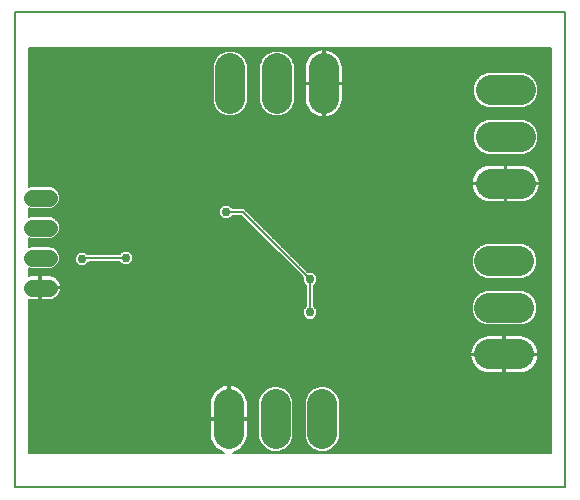
<source format=gbl>
G75*
%MOIN*%
%OFA0B0*%
%FSLAX25Y25*%
%IPPOS*%
%LPD*%
%AMOC8*
5,1,8,0,0,1.08239X$1,22.5*
%
%ADD10C,0.00600*%
%ADD11C,0.10039*%
%ADD12C,0.05600*%
%ADD13C,0.02978*%
%ADD14R,0.02978X0.02978*%
D10*
X0035757Y0001300D02*
X0035757Y0159568D01*
X0219221Y0159568D01*
X0219221Y0001300D01*
X0035757Y0001300D01*
X0040357Y0012835D02*
X0040357Y0063896D01*
X0040540Y0063836D01*
X0041177Y0063735D01*
X0044000Y0063735D01*
X0044000Y0067535D01*
X0044600Y0067535D01*
X0044600Y0063735D01*
X0047423Y0063735D01*
X0048060Y0063836D01*
X0048674Y0064036D01*
X0049249Y0064329D01*
X0049771Y0064708D01*
X0050227Y0065164D01*
X0050607Y0065687D01*
X0050900Y0066262D01*
X0051099Y0066875D01*
X0051200Y0067513D01*
X0051200Y0067535D01*
X0044600Y0067535D01*
X0044600Y0068135D01*
X0051200Y0068135D01*
X0051200Y0068158D01*
X0051099Y0068796D01*
X0050900Y0069409D01*
X0050607Y0069984D01*
X0050227Y0070506D01*
X0049771Y0070963D01*
X0049249Y0071342D01*
X0048674Y0071635D01*
X0048060Y0071834D01*
X0047423Y0071935D01*
X0044600Y0071935D01*
X0044600Y0068135D01*
X0044000Y0068135D01*
X0044000Y0071935D01*
X0041177Y0071935D01*
X0040540Y0071834D01*
X0040357Y0071775D01*
X0040357Y0074304D01*
X0040764Y0074135D01*
X0047836Y0074135D01*
X0049196Y0074699D01*
X0050237Y0075740D01*
X0050800Y0077099D01*
X0050800Y0078571D01*
X0050237Y0079931D01*
X0049196Y0080972D01*
X0047836Y0081535D01*
X0040764Y0081535D01*
X0040357Y0081367D01*
X0040357Y0084304D01*
X0040764Y0084135D01*
X0047836Y0084135D01*
X0049196Y0084699D01*
X0050237Y0085740D01*
X0050800Y0087099D01*
X0050800Y0088571D01*
X0050237Y0089931D01*
X0049196Y0090972D01*
X0047836Y0091535D01*
X0040764Y0091535D01*
X0040357Y0091367D01*
X0040357Y0094304D01*
X0040764Y0094135D01*
X0047836Y0094135D01*
X0049196Y0094699D01*
X0050237Y0095740D01*
X0050800Y0097099D01*
X0050800Y0098571D01*
X0050237Y0099931D01*
X0049196Y0100972D01*
X0047836Y0101535D01*
X0040764Y0101535D01*
X0040357Y0101367D01*
X0040357Y0147835D01*
X0214621Y0147835D01*
X0214621Y0012835D01*
X0108623Y0012835D01*
X0109561Y0013140D01*
X0110447Y0013592D01*
X0111252Y0014176D01*
X0111955Y0014880D01*
X0112540Y0015685D01*
X0112991Y0016571D01*
X0113299Y0017517D01*
X0113454Y0018499D01*
X0113454Y0023717D01*
X0107435Y0023717D01*
X0107435Y0024317D01*
X0106835Y0024317D01*
X0106835Y0035356D01*
X0106637Y0035356D01*
X0105655Y0035200D01*
X0104709Y0034893D01*
X0103822Y0034441D01*
X0103018Y0033857D01*
X0102314Y0033153D01*
X0101730Y0032348D01*
X0101278Y0031462D01*
X0100971Y0030516D01*
X0100815Y0029534D01*
X0100815Y0024317D01*
X0106835Y0024317D01*
X0106835Y0023717D01*
X0100815Y0023717D01*
X0100815Y0018499D01*
X0100971Y0017517D01*
X0101278Y0016571D01*
X0101730Y0015685D01*
X0102314Y0014880D01*
X0103018Y0014176D01*
X0103822Y0013592D01*
X0104709Y0013140D01*
X0105647Y0012835D01*
X0040357Y0012835D01*
X0040357Y0013274D02*
X0104447Y0013274D01*
X0103436Y0013872D02*
X0040357Y0013872D01*
X0040357Y0014471D02*
X0102723Y0014471D01*
X0102177Y0015069D02*
X0040357Y0015069D01*
X0040357Y0015668D02*
X0101742Y0015668D01*
X0101433Y0016266D02*
X0040357Y0016266D01*
X0040357Y0016865D02*
X0101182Y0016865D01*
X0100988Y0017463D02*
X0040357Y0017463D01*
X0040357Y0018062D02*
X0100884Y0018062D01*
X0100815Y0018660D02*
X0040357Y0018660D01*
X0040357Y0019259D02*
X0100815Y0019259D01*
X0100815Y0019857D02*
X0040357Y0019857D01*
X0040357Y0020456D02*
X0100815Y0020456D01*
X0100815Y0021054D02*
X0040357Y0021054D01*
X0040357Y0021653D02*
X0100815Y0021653D01*
X0100815Y0022251D02*
X0040357Y0022251D01*
X0040357Y0022850D02*
X0100815Y0022850D01*
X0100815Y0023448D02*
X0040357Y0023448D01*
X0040357Y0024047D02*
X0106835Y0024047D01*
X0106835Y0024645D02*
X0107435Y0024645D01*
X0107435Y0024317D02*
X0107435Y0035356D01*
X0107632Y0035356D01*
X0108615Y0035200D01*
X0109561Y0034893D01*
X0110447Y0034441D01*
X0111252Y0033857D01*
X0111955Y0033153D01*
X0112540Y0032348D01*
X0112991Y0031462D01*
X0113299Y0030516D01*
X0113454Y0029534D01*
X0113454Y0024317D01*
X0107435Y0024317D01*
X0107435Y0024047D02*
X0116806Y0024047D01*
X0116806Y0024645D02*
X0113454Y0024645D01*
X0113454Y0025244D02*
X0116806Y0025244D01*
X0116806Y0025842D02*
X0113454Y0025842D01*
X0113454Y0026441D02*
X0116806Y0026441D01*
X0116806Y0027039D02*
X0113454Y0027039D01*
X0113454Y0027638D02*
X0116806Y0027638D01*
X0116806Y0028236D02*
X0113454Y0028236D01*
X0113454Y0028835D02*
X0116806Y0028835D01*
X0116806Y0029433D02*
X0113454Y0029433D01*
X0113375Y0030032D02*
X0116806Y0030032D01*
X0116806Y0030214D02*
X0116806Y0017819D01*
X0117707Y0015644D01*
X0119372Y0013978D01*
X0121548Y0013077D01*
X0123903Y0013077D01*
X0126078Y0013978D01*
X0127744Y0015644D01*
X0128645Y0017819D01*
X0128645Y0030214D01*
X0127744Y0032389D01*
X0126078Y0034055D01*
X0123903Y0034956D01*
X0121548Y0034956D01*
X0119372Y0034055D01*
X0117707Y0032389D01*
X0116806Y0030214D01*
X0116978Y0030631D02*
X0113262Y0030631D01*
X0113067Y0031229D02*
X0117226Y0031229D01*
X0117474Y0031828D02*
X0112805Y0031828D01*
X0112483Y0032426D02*
X0117743Y0032426D01*
X0118342Y0033025D02*
X0112048Y0033025D01*
X0111485Y0033623D02*
X0118940Y0033623D01*
X0119775Y0034222D02*
X0110749Y0034222D01*
X0109703Y0034820D02*
X0121220Y0034820D01*
X0124231Y0034820D02*
X0136810Y0034820D01*
X0137138Y0034956D02*
X0134963Y0034055D01*
X0133297Y0032389D01*
X0132396Y0030214D01*
X0132396Y0017819D01*
X0133297Y0015644D01*
X0134963Y0013978D01*
X0137138Y0013077D01*
X0139493Y0013077D01*
X0141669Y0013978D01*
X0143334Y0015644D01*
X0144235Y0017819D01*
X0144235Y0030214D01*
X0143334Y0032389D01*
X0141669Y0034055D01*
X0139493Y0034956D01*
X0137138Y0034956D01*
X0135365Y0034222D02*
X0125675Y0034222D01*
X0126510Y0033623D02*
X0134531Y0033623D01*
X0133932Y0033025D02*
X0127109Y0033025D01*
X0127707Y0032426D02*
X0133334Y0032426D01*
X0133065Y0031828D02*
X0127976Y0031828D01*
X0128224Y0031229D02*
X0132817Y0031229D01*
X0132569Y0030631D02*
X0128472Y0030631D01*
X0128645Y0030032D02*
X0132396Y0030032D01*
X0132396Y0029433D02*
X0128645Y0029433D01*
X0128645Y0028835D02*
X0132396Y0028835D01*
X0132396Y0028236D02*
X0128645Y0028236D01*
X0128645Y0027638D02*
X0132396Y0027638D01*
X0132396Y0027039D02*
X0128645Y0027039D01*
X0128645Y0026441D02*
X0132396Y0026441D01*
X0132396Y0025842D02*
X0128645Y0025842D01*
X0128645Y0025244D02*
X0132396Y0025244D01*
X0132396Y0024645D02*
X0128645Y0024645D01*
X0128645Y0024047D02*
X0132396Y0024047D01*
X0132396Y0023448D02*
X0128645Y0023448D01*
X0128645Y0022850D02*
X0132396Y0022850D01*
X0132396Y0022251D02*
X0128645Y0022251D01*
X0128645Y0021653D02*
X0132396Y0021653D01*
X0132396Y0021054D02*
X0128645Y0021054D01*
X0128645Y0020456D02*
X0132396Y0020456D01*
X0132396Y0019857D02*
X0128645Y0019857D01*
X0128645Y0019259D02*
X0132396Y0019259D01*
X0132396Y0018660D02*
X0128645Y0018660D01*
X0128645Y0018062D02*
X0132396Y0018062D01*
X0132544Y0017463D02*
X0128497Y0017463D01*
X0128249Y0016865D02*
X0132791Y0016865D01*
X0133039Y0016266D02*
X0128002Y0016266D01*
X0127754Y0015668D02*
X0133287Y0015668D01*
X0133872Y0015069D02*
X0127169Y0015069D01*
X0126571Y0014471D02*
X0134470Y0014471D01*
X0135219Y0013872D02*
X0125822Y0013872D01*
X0124377Y0013274D02*
X0136664Y0013274D01*
X0139968Y0013274D02*
X0214621Y0013274D01*
X0214621Y0013872D02*
X0141413Y0013872D01*
X0142161Y0014471D02*
X0214621Y0014471D01*
X0214621Y0015069D02*
X0142760Y0015069D01*
X0143344Y0015668D02*
X0214621Y0015668D01*
X0214621Y0016266D02*
X0143592Y0016266D01*
X0143840Y0016865D02*
X0214621Y0016865D01*
X0214621Y0017463D02*
X0144088Y0017463D01*
X0144235Y0018062D02*
X0214621Y0018062D01*
X0214621Y0018660D02*
X0144235Y0018660D01*
X0144235Y0019259D02*
X0214621Y0019259D01*
X0214621Y0019857D02*
X0144235Y0019857D01*
X0144235Y0020456D02*
X0214621Y0020456D01*
X0214621Y0021054D02*
X0144235Y0021054D01*
X0144235Y0021653D02*
X0214621Y0021653D01*
X0214621Y0022251D02*
X0144235Y0022251D01*
X0144235Y0022850D02*
X0214621Y0022850D01*
X0214621Y0023448D02*
X0144235Y0023448D01*
X0144235Y0024047D02*
X0214621Y0024047D01*
X0214621Y0024645D02*
X0144235Y0024645D01*
X0144235Y0025244D02*
X0214621Y0025244D01*
X0214621Y0025842D02*
X0144235Y0025842D01*
X0144235Y0026441D02*
X0214621Y0026441D01*
X0214621Y0027039D02*
X0144235Y0027039D01*
X0144235Y0027638D02*
X0214621Y0027638D01*
X0214621Y0028236D02*
X0144235Y0028236D01*
X0144235Y0028835D02*
X0214621Y0028835D01*
X0214621Y0029433D02*
X0144235Y0029433D01*
X0144235Y0030032D02*
X0214621Y0030032D01*
X0214621Y0030631D02*
X0144063Y0030631D01*
X0143815Y0031229D02*
X0214621Y0031229D01*
X0214621Y0031828D02*
X0143567Y0031828D01*
X0143298Y0032426D02*
X0214621Y0032426D01*
X0214621Y0033025D02*
X0142699Y0033025D01*
X0142101Y0033623D02*
X0214621Y0033623D01*
X0214621Y0034222D02*
X0141266Y0034222D01*
X0139821Y0034820D02*
X0214621Y0034820D01*
X0214621Y0035419D02*
X0040357Y0035419D01*
X0040357Y0036017D02*
X0214621Y0036017D01*
X0214621Y0036616D02*
X0040357Y0036616D01*
X0040357Y0037214D02*
X0214621Y0037214D01*
X0214621Y0037813D02*
X0040357Y0037813D01*
X0040357Y0038411D02*
X0214621Y0038411D01*
X0214621Y0039010D02*
X0040357Y0039010D01*
X0040357Y0039608D02*
X0191808Y0039608D01*
X0191539Y0039695D02*
X0192485Y0039388D01*
X0193468Y0039232D01*
X0198685Y0039232D01*
X0198685Y0045252D01*
X0187646Y0045252D01*
X0187646Y0045055D01*
X0187801Y0044072D01*
X0188109Y0043126D01*
X0188560Y0042240D01*
X0189145Y0041435D01*
X0189848Y0040732D01*
X0190653Y0040147D01*
X0191539Y0039695D01*
X0190571Y0040207D02*
X0040357Y0040207D01*
X0040357Y0040805D02*
X0189775Y0040805D01*
X0189176Y0041404D02*
X0040357Y0041404D01*
X0040357Y0042002D02*
X0188733Y0042002D01*
X0188376Y0042601D02*
X0040357Y0042601D01*
X0040357Y0043199D02*
X0188085Y0043199D01*
X0187890Y0043798D02*
X0040357Y0043798D01*
X0040357Y0044396D02*
X0187750Y0044396D01*
X0187655Y0044995D02*
X0040357Y0044995D01*
X0040357Y0045593D02*
X0198685Y0045593D01*
X0198685Y0045852D02*
X0198685Y0045252D01*
X0199285Y0045252D01*
X0199285Y0045852D01*
X0198685Y0045852D01*
X0198685Y0051872D01*
X0193468Y0051872D01*
X0192485Y0051716D01*
X0191539Y0051409D01*
X0190653Y0050957D01*
X0189848Y0050372D01*
X0189145Y0049669D01*
X0188560Y0048864D01*
X0188109Y0047978D01*
X0187801Y0047032D01*
X0187646Y0046049D01*
X0187646Y0045852D01*
X0198685Y0045852D01*
X0198685Y0046192D02*
X0199285Y0046192D01*
X0199285Y0045852D02*
X0199285Y0051872D01*
X0204502Y0051872D01*
X0205485Y0051716D01*
X0206431Y0051409D01*
X0207317Y0050957D01*
X0208122Y0050372D01*
X0208825Y0049669D01*
X0209410Y0048864D01*
X0209861Y0047978D01*
X0210169Y0047032D01*
X0210324Y0046049D01*
X0210324Y0045852D01*
X0199285Y0045852D01*
X0199285Y0045593D02*
X0214621Y0045593D01*
X0214621Y0044995D02*
X0210315Y0044995D01*
X0210324Y0045055D02*
X0210169Y0044072D01*
X0209861Y0043126D01*
X0209410Y0042240D01*
X0208825Y0041435D01*
X0208122Y0040732D01*
X0207317Y0040147D01*
X0206431Y0039695D01*
X0205485Y0039388D01*
X0204502Y0039232D01*
X0199285Y0039232D01*
X0199285Y0045252D01*
X0210324Y0045252D01*
X0210324Y0045055D01*
X0210220Y0044396D02*
X0214621Y0044396D01*
X0214621Y0043798D02*
X0210080Y0043798D01*
X0209885Y0043199D02*
X0214621Y0043199D01*
X0214621Y0042601D02*
X0209594Y0042601D01*
X0209237Y0042002D02*
X0214621Y0042002D01*
X0214621Y0041404D02*
X0208794Y0041404D01*
X0208195Y0040805D02*
X0214621Y0040805D01*
X0214621Y0040207D02*
X0207399Y0040207D01*
X0206163Y0039608D02*
X0214621Y0039608D01*
X0214621Y0046192D02*
X0210302Y0046192D01*
X0210207Y0046790D02*
X0214621Y0046790D01*
X0214621Y0047389D02*
X0210053Y0047389D01*
X0209857Y0047987D02*
X0214621Y0047987D01*
X0214621Y0048586D02*
X0209552Y0048586D01*
X0209177Y0049184D02*
X0214621Y0049184D01*
X0214621Y0049783D02*
X0208711Y0049783D01*
X0208109Y0050381D02*
X0214621Y0050381D01*
X0214621Y0050980D02*
X0207272Y0050980D01*
X0205908Y0051578D02*
X0214621Y0051578D01*
X0214621Y0052177D02*
X0040357Y0052177D01*
X0040357Y0052775D02*
X0214621Y0052775D01*
X0214621Y0053374D02*
X0040357Y0053374D01*
X0040357Y0053972D02*
X0214621Y0053972D01*
X0214621Y0054571D02*
X0040357Y0054571D01*
X0040357Y0055169D02*
X0214621Y0055169D01*
X0214621Y0055768D02*
X0206498Y0055768D01*
X0207358Y0056124D02*
X0209023Y0057789D01*
X0209924Y0059965D01*
X0209924Y0062320D01*
X0209023Y0064496D01*
X0207358Y0066161D01*
X0205182Y0067062D01*
X0192788Y0067062D01*
X0190612Y0066161D01*
X0188947Y0064496D01*
X0188046Y0062320D01*
X0188046Y0059965D01*
X0188947Y0057789D01*
X0190612Y0056124D01*
X0192788Y0055223D01*
X0205182Y0055223D01*
X0207358Y0056124D01*
X0207600Y0056366D02*
X0214621Y0056366D01*
X0214621Y0056965D02*
X0208199Y0056965D01*
X0208797Y0057564D02*
X0214621Y0057564D01*
X0214621Y0058162D02*
X0209178Y0058162D01*
X0209425Y0058761D02*
X0214621Y0058761D01*
X0214621Y0059359D02*
X0209673Y0059359D01*
X0209921Y0059958D02*
X0214621Y0059958D01*
X0214621Y0060556D02*
X0209924Y0060556D01*
X0209924Y0061155D02*
X0214621Y0061155D01*
X0214621Y0061753D02*
X0209924Y0061753D01*
X0209911Y0062352D02*
X0214621Y0062352D01*
X0214621Y0062950D02*
X0209663Y0062950D01*
X0209415Y0063549D02*
X0214621Y0063549D01*
X0214621Y0064147D02*
X0209168Y0064147D01*
X0208773Y0064746D02*
X0214621Y0064746D01*
X0214621Y0065344D02*
X0208175Y0065344D01*
X0207576Y0065943D02*
X0214621Y0065943D01*
X0214621Y0066541D02*
X0206440Y0066541D01*
X0205182Y0070813D02*
X0207358Y0071715D01*
X0209023Y0073380D01*
X0209924Y0075556D01*
X0209924Y0077911D01*
X0209023Y0080086D01*
X0207358Y0081752D01*
X0205182Y0082653D01*
X0192788Y0082653D01*
X0190612Y0081752D01*
X0188947Y0080086D01*
X0188046Y0077911D01*
X0188046Y0075556D01*
X0188947Y0073380D01*
X0190612Y0071715D01*
X0192788Y0070813D01*
X0205182Y0070813D01*
X0206428Y0071329D02*
X0214621Y0071329D01*
X0214621Y0070731D02*
X0136571Y0070731D01*
X0136571Y0071329D02*
X0191542Y0071329D01*
X0190399Y0071928D02*
X0136224Y0071928D01*
X0136571Y0071581D02*
X0135171Y0072980D01*
X0133490Y0072980D01*
X0112238Y0094232D01*
X0108408Y0094232D01*
X0107219Y0095421D01*
X0105240Y0095421D01*
X0103840Y0094022D01*
X0103840Y0092043D01*
X0105240Y0090643D01*
X0107219Y0090643D01*
X0108408Y0091832D01*
X0111244Y0091832D01*
X0131793Y0071283D01*
X0131793Y0069602D01*
X0132982Y0068413D01*
X0132982Y0061746D01*
X0131793Y0060557D01*
X0131793Y0058578D01*
X0133192Y0057179D01*
X0135171Y0057179D01*
X0136571Y0058578D01*
X0136571Y0060557D01*
X0135382Y0061746D01*
X0135382Y0068413D01*
X0136571Y0069602D01*
X0136571Y0071581D01*
X0135625Y0072526D02*
X0189800Y0072526D01*
X0189202Y0073125D02*
X0133345Y0073125D01*
X0132747Y0073723D02*
X0188805Y0073723D01*
X0188557Y0074322D02*
X0132148Y0074322D01*
X0131550Y0074920D02*
X0188309Y0074920D01*
X0188061Y0075519D02*
X0130951Y0075519D01*
X0130353Y0076117D02*
X0188046Y0076117D01*
X0188046Y0076716D02*
X0129754Y0076716D01*
X0129156Y0077314D02*
X0188046Y0077314D01*
X0188047Y0077913D02*
X0128557Y0077913D01*
X0127959Y0078511D02*
X0188295Y0078511D01*
X0188542Y0079110D02*
X0127360Y0079110D01*
X0126762Y0079708D02*
X0188790Y0079708D01*
X0189168Y0080307D02*
X0126163Y0080307D01*
X0125565Y0080905D02*
X0189766Y0080905D01*
X0190365Y0081504D02*
X0124966Y0081504D01*
X0124368Y0082102D02*
X0191459Y0082102D01*
X0206511Y0082102D02*
X0214621Y0082102D01*
X0214621Y0081504D02*
X0207605Y0081504D01*
X0208204Y0080905D02*
X0214621Y0080905D01*
X0214621Y0080307D02*
X0208803Y0080307D01*
X0209180Y0079708D02*
X0214621Y0079708D01*
X0214621Y0079110D02*
X0209428Y0079110D01*
X0209676Y0078511D02*
X0214621Y0078511D01*
X0214621Y0077913D02*
X0209923Y0077913D01*
X0209924Y0077314D02*
X0214621Y0077314D01*
X0214621Y0076716D02*
X0209924Y0076716D01*
X0209924Y0076117D02*
X0214621Y0076117D01*
X0214621Y0075519D02*
X0209909Y0075519D01*
X0209661Y0074920D02*
X0214621Y0074920D01*
X0214621Y0074322D02*
X0209413Y0074322D01*
X0209165Y0073723D02*
X0214621Y0073723D01*
X0214621Y0073125D02*
X0208768Y0073125D01*
X0208170Y0072526D02*
X0214621Y0072526D01*
X0214621Y0071928D02*
X0207571Y0071928D01*
X0214621Y0070132D02*
X0136571Y0070132D01*
X0136503Y0069534D02*
X0214621Y0069534D01*
X0214621Y0068935D02*
X0135904Y0068935D01*
X0135382Y0068337D02*
X0214621Y0068337D01*
X0214621Y0067738D02*
X0135382Y0067738D01*
X0135382Y0067140D02*
X0214621Y0067140D01*
X0199285Y0051578D02*
X0198685Y0051578D01*
X0198685Y0050980D02*
X0199285Y0050980D01*
X0199285Y0050381D02*
X0198685Y0050381D01*
X0198685Y0049783D02*
X0199285Y0049783D01*
X0199285Y0049184D02*
X0198685Y0049184D01*
X0198685Y0048586D02*
X0199285Y0048586D01*
X0199285Y0047987D02*
X0198685Y0047987D01*
X0198685Y0047389D02*
X0199285Y0047389D01*
X0199285Y0046790D02*
X0198685Y0046790D01*
X0198685Y0044995D02*
X0199285Y0044995D01*
X0199285Y0044396D02*
X0198685Y0044396D01*
X0198685Y0043798D02*
X0199285Y0043798D01*
X0199285Y0043199D02*
X0198685Y0043199D01*
X0198685Y0042601D02*
X0199285Y0042601D01*
X0199285Y0042002D02*
X0198685Y0042002D01*
X0198685Y0041404D02*
X0199285Y0041404D01*
X0199285Y0040805D02*
X0198685Y0040805D01*
X0198685Y0040207D02*
X0199285Y0040207D01*
X0199285Y0039608D02*
X0198685Y0039608D01*
X0187668Y0046192D02*
X0040357Y0046192D01*
X0040357Y0046790D02*
X0187763Y0046790D01*
X0187917Y0047389D02*
X0040357Y0047389D01*
X0040357Y0047987D02*
X0188113Y0047987D01*
X0188418Y0048586D02*
X0040357Y0048586D01*
X0040357Y0049184D02*
X0188793Y0049184D01*
X0189259Y0049783D02*
X0040357Y0049783D01*
X0040357Y0050381D02*
X0189861Y0050381D01*
X0190698Y0050980D02*
X0040357Y0050980D01*
X0040357Y0051578D02*
X0192062Y0051578D01*
X0191472Y0055768D02*
X0040357Y0055768D01*
X0040357Y0056366D02*
X0190370Y0056366D01*
X0189771Y0056965D02*
X0040357Y0056965D01*
X0040357Y0057564D02*
X0132808Y0057564D01*
X0132209Y0058162D02*
X0040357Y0058162D01*
X0040357Y0058761D02*
X0131793Y0058761D01*
X0131793Y0059359D02*
X0040357Y0059359D01*
X0040357Y0059958D02*
X0131793Y0059958D01*
X0131793Y0060556D02*
X0040357Y0060556D01*
X0040357Y0061155D02*
X0132390Y0061155D01*
X0132982Y0061753D02*
X0040357Y0061753D01*
X0040357Y0062352D02*
X0132982Y0062352D01*
X0132982Y0062950D02*
X0040357Y0062950D01*
X0040357Y0063549D02*
X0132982Y0063549D01*
X0132982Y0064147D02*
X0048892Y0064147D01*
X0049809Y0064746D02*
X0132982Y0064746D01*
X0132982Y0065344D02*
X0050358Y0065344D01*
X0050737Y0065943D02*
X0132982Y0065943D01*
X0132982Y0066541D02*
X0050990Y0066541D01*
X0051141Y0067140D02*
X0132982Y0067140D01*
X0132982Y0067738D02*
X0044600Y0067738D01*
X0044600Y0067140D02*
X0044000Y0067140D01*
X0044000Y0066541D02*
X0044600Y0066541D01*
X0044600Y0065943D02*
X0044000Y0065943D01*
X0044000Y0065344D02*
X0044600Y0065344D01*
X0044600Y0064746D02*
X0044000Y0064746D01*
X0044000Y0064147D02*
X0044600Y0064147D01*
X0044600Y0068337D02*
X0044000Y0068337D01*
X0044000Y0068935D02*
X0044600Y0068935D01*
X0044600Y0069534D02*
X0044000Y0069534D01*
X0044000Y0070132D02*
X0044600Y0070132D01*
X0044600Y0070731D02*
X0044000Y0070731D01*
X0044000Y0071329D02*
X0044600Y0071329D01*
X0044600Y0071928D02*
X0044000Y0071928D01*
X0041129Y0071928D02*
X0040357Y0071928D01*
X0040357Y0072526D02*
X0130550Y0072526D01*
X0131148Y0071928D02*
X0047471Y0071928D01*
X0049266Y0071329D02*
X0131747Y0071329D01*
X0131793Y0070731D02*
X0050003Y0070731D01*
X0050499Y0070132D02*
X0131793Y0070132D01*
X0131861Y0069534D02*
X0050836Y0069534D01*
X0051054Y0068935D02*
X0132459Y0068935D01*
X0132982Y0068337D02*
X0051172Y0068337D01*
X0048286Y0074322D02*
X0128754Y0074322D01*
X0128156Y0074920D02*
X0059212Y0074920D01*
X0059187Y0074895D02*
X0060587Y0076295D01*
X0060587Y0076478D01*
X0070586Y0076478D01*
X0071775Y0075289D01*
X0073754Y0075289D01*
X0075154Y0076688D01*
X0075154Y0078667D01*
X0073754Y0080067D01*
X0071775Y0080067D01*
X0070586Y0078878D01*
X0059982Y0078878D01*
X0059187Y0079673D01*
X0057208Y0079673D01*
X0055809Y0078274D01*
X0055809Y0076295D01*
X0057208Y0074895D01*
X0059187Y0074895D01*
X0059811Y0075519D02*
X0071545Y0075519D01*
X0070947Y0076117D02*
X0060409Y0076117D01*
X0058591Y0077678D02*
X0072765Y0077678D01*
X0074583Y0076117D02*
X0126959Y0076117D01*
X0127557Y0075519D02*
X0073984Y0075519D01*
X0075154Y0076716D02*
X0126360Y0076716D01*
X0125762Y0077314D02*
X0075154Y0077314D01*
X0075154Y0077913D02*
X0125163Y0077913D01*
X0124565Y0078511D02*
X0075154Y0078511D01*
X0074711Y0079110D02*
X0123966Y0079110D01*
X0123368Y0079708D02*
X0074113Y0079708D01*
X0071417Y0079708D02*
X0050329Y0079708D01*
X0050577Y0079110D02*
X0056645Y0079110D01*
X0056046Y0078511D02*
X0050800Y0078511D01*
X0050800Y0077913D02*
X0055809Y0077913D01*
X0055809Y0077314D02*
X0050800Y0077314D01*
X0050641Y0076716D02*
X0055809Y0076716D01*
X0055986Y0076117D02*
X0050393Y0076117D01*
X0050016Y0075519D02*
X0056584Y0075519D01*
X0057183Y0074920D02*
X0049418Y0074920D01*
X0049861Y0080307D02*
X0122769Y0080307D01*
X0122171Y0080905D02*
X0049263Y0080905D01*
X0047912Y0081504D02*
X0121572Y0081504D01*
X0120974Y0082102D02*
X0040357Y0082102D01*
X0040357Y0081504D02*
X0040688Y0081504D01*
X0040357Y0082701D02*
X0120375Y0082701D01*
X0119777Y0083300D02*
X0040357Y0083300D01*
X0040357Y0083898D02*
X0119178Y0083898D01*
X0118580Y0084497D02*
X0048708Y0084497D01*
X0049592Y0085095D02*
X0117981Y0085095D01*
X0117383Y0085694D02*
X0050191Y0085694D01*
X0050466Y0086292D02*
X0116784Y0086292D01*
X0116186Y0086891D02*
X0050713Y0086891D01*
X0050800Y0087489D02*
X0115587Y0087489D01*
X0114989Y0088088D02*
X0050800Y0088088D01*
X0050752Y0088686D02*
X0114390Y0088686D01*
X0113792Y0089285D02*
X0050505Y0089285D01*
X0050257Y0089883D02*
X0113193Y0089883D01*
X0112595Y0090482D02*
X0049686Y0090482D01*
X0048935Y0091080D02*
X0104803Y0091080D01*
X0104204Y0091679D02*
X0040357Y0091679D01*
X0040357Y0092277D02*
X0103840Y0092277D01*
X0103840Y0092876D02*
X0040357Y0092876D01*
X0040357Y0093474D02*
X0103840Y0093474D01*
X0103891Y0094073D02*
X0040357Y0094073D01*
X0049129Y0094671D02*
X0104490Y0094671D01*
X0105088Y0095270D02*
X0049767Y0095270D01*
X0050290Y0095868D02*
X0214621Y0095868D01*
X0214621Y0095270D02*
X0107370Y0095270D01*
X0107969Y0094671D02*
X0214621Y0094671D01*
X0214621Y0094073D02*
X0112398Y0094073D01*
X0112996Y0093474D02*
X0214621Y0093474D01*
X0214621Y0092876D02*
X0113595Y0092876D01*
X0114193Y0092277D02*
X0214621Y0092277D01*
X0214621Y0091679D02*
X0114792Y0091679D01*
X0115390Y0091080D02*
X0214621Y0091080D01*
X0214621Y0090482D02*
X0115989Y0090482D01*
X0116587Y0089883D02*
X0214621Y0089883D01*
X0214621Y0089285D02*
X0117186Y0089285D01*
X0117784Y0088686D02*
X0214621Y0088686D01*
X0214621Y0088088D02*
X0118383Y0088088D01*
X0118981Y0087489D02*
X0214621Y0087489D01*
X0214621Y0086891D02*
X0119580Y0086891D01*
X0120178Y0086292D02*
X0214621Y0086292D01*
X0214621Y0085694D02*
X0120777Y0085694D01*
X0121375Y0085095D02*
X0214621Y0085095D01*
X0214621Y0084497D02*
X0121974Y0084497D01*
X0122572Y0083898D02*
X0214621Y0083898D01*
X0214621Y0083300D02*
X0123171Y0083300D01*
X0123769Y0082701D02*
X0214621Y0082701D01*
X0214621Y0096467D02*
X0206218Y0096467D01*
X0205878Y0096356D02*
X0206824Y0096664D01*
X0207711Y0097115D01*
X0208515Y0097700D01*
X0209219Y0098403D01*
X0209803Y0099208D01*
X0210255Y0100095D01*
X0210562Y0101041D01*
X0210718Y0102023D01*
X0210718Y0102220D01*
X0199679Y0102220D01*
X0199679Y0096201D01*
X0204896Y0096201D01*
X0205878Y0096356D01*
X0207612Y0097065D02*
X0214621Y0097065D01*
X0214621Y0097664D02*
X0208465Y0097664D01*
X0209078Y0098262D02*
X0214621Y0098262D01*
X0214621Y0098861D02*
X0209551Y0098861D01*
X0209931Y0099459D02*
X0214621Y0099459D01*
X0214621Y0100058D02*
X0210236Y0100058D01*
X0210438Y0100656D02*
X0214621Y0100656D01*
X0214621Y0101255D02*
X0210596Y0101255D01*
X0210691Y0101853D02*
X0214621Y0101853D01*
X0214621Y0102452D02*
X0199679Y0102452D01*
X0199679Y0102220D02*
X0199679Y0102820D01*
X0210718Y0102820D01*
X0210718Y0103018D01*
X0210562Y0104000D01*
X0210255Y0104946D01*
X0209803Y0105833D01*
X0209219Y0106637D01*
X0208515Y0107341D01*
X0207711Y0107926D01*
X0206824Y0108377D01*
X0205878Y0108685D01*
X0204896Y0108840D01*
X0199679Y0108840D01*
X0199679Y0102821D01*
X0199079Y0102821D01*
X0199079Y0108840D01*
X0193862Y0108840D01*
X0192879Y0108685D01*
X0191933Y0108377D01*
X0191047Y0107926D01*
X0190242Y0107341D01*
X0189539Y0106637D01*
X0188954Y0105833D01*
X0188502Y0104946D01*
X0188195Y0104000D01*
X0188039Y0103018D01*
X0188039Y0102820D01*
X0199079Y0102820D01*
X0199079Y0102220D01*
X0199679Y0102220D01*
X0199679Y0101853D02*
X0199079Y0101853D01*
X0199079Y0102220D02*
X0199079Y0096201D01*
X0193862Y0096201D01*
X0192879Y0096356D01*
X0191933Y0096664D01*
X0191047Y0097115D01*
X0190242Y0097700D01*
X0189539Y0098403D01*
X0188954Y0099208D01*
X0188502Y0100095D01*
X0188195Y0101041D01*
X0188039Y0102023D01*
X0188039Y0102220D01*
X0199079Y0102220D01*
X0199079Y0102452D02*
X0040357Y0102452D01*
X0040357Y0103050D02*
X0188045Y0103050D01*
X0188139Y0103649D02*
X0040357Y0103649D01*
X0040357Y0104247D02*
X0188275Y0104247D01*
X0188470Y0104846D02*
X0040357Y0104846D01*
X0040357Y0105444D02*
X0188756Y0105444D01*
X0189107Y0106043D02*
X0040357Y0106043D01*
X0040357Y0106641D02*
X0189543Y0106641D01*
X0190141Y0107240D02*
X0040357Y0107240D01*
X0040357Y0107838D02*
X0190927Y0107838D01*
X0192117Y0108437D02*
X0040357Y0108437D01*
X0040357Y0109035D02*
X0214621Y0109035D01*
X0214621Y0108437D02*
X0206640Y0108437D01*
X0207830Y0107838D02*
X0214621Y0107838D01*
X0214621Y0107240D02*
X0208616Y0107240D01*
X0209215Y0106641D02*
X0214621Y0106641D01*
X0214621Y0106043D02*
X0209651Y0106043D01*
X0210001Y0105444D02*
X0214621Y0105444D01*
X0214621Y0104846D02*
X0210288Y0104846D01*
X0210482Y0104247D02*
X0214621Y0104247D01*
X0214621Y0103649D02*
X0210618Y0103649D01*
X0210713Y0103050D02*
X0214621Y0103050D01*
X0214621Y0109634D02*
X0040357Y0109634D01*
X0040357Y0110233D02*
X0214621Y0110233D01*
X0214621Y0110831D02*
X0040357Y0110831D01*
X0040357Y0111430D02*
X0214621Y0111430D01*
X0214621Y0112028D02*
X0040357Y0112028D01*
X0040357Y0112627D02*
X0192131Y0112627D01*
X0193182Y0112191D02*
X0205576Y0112191D01*
X0207752Y0113093D01*
X0209417Y0114758D01*
X0210318Y0116934D01*
X0210318Y0119289D01*
X0209417Y0121464D01*
X0207752Y0123129D01*
X0205576Y0124031D01*
X0193182Y0124031D01*
X0191006Y0123129D01*
X0189341Y0121464D01*
X0188439Y0119289D01*
X0188439Y0116934D01*
X0189341Y0114758D01*
X0191006Y0113093D01*
X0193182Y0112191D01*
X0190873Y0113225D02*
X0040357Y0113225D01*
X0040357Y0113824D02*
X0190275Y0113824D01*
X0189676Y0114422D02*
X0040357Y0114422D01*
X0040357Y0115021D02*
X0189232Y0115021D01*
X0188984Y0115619D02*
X0040357Y0115619D01*
X0040357Y0116218D02*
X0188736Y0116218D01*
X0188488Y0116816D02*
X0040357Y0116816D01*
X0040357Y0117415D02*
X0188439Y0117415D01*
X0188439Y0118013D02*
X0040357Y0118013D01*
X0040357Y0118612D02*
X0188439Y0118612D01*
X0188439Y0119210D02*
X0040357Y0119210D01*
X0040357Y0119809D02*
X0188655Y0119809D01*
X0188903Y0120407D02*
X0040357Y0120407D01*
X0040357Y0121006D02*
X0189151Y0121006D01*
X0189481Y0121604D02*
X0040357Y0121604D01*
X0040357Y0122203D02*
X0190079Y0122203D01*
X0190678Y0122801D02*
X0040357Y0122801D01*
X0040357Y0123400D02*
X0191658Y0123400D01*
X0193103Y0123998D02*
X0040357Y0123998D01*
X0040357Y0124597D02*
X0137854Y0124597D01*
X0138291Y0124528D02*
X0138488Y0124528D01*
X0138488Y0135567D01*
X0132469Y0135567D01*
X0132469Y0130350D01*
X0132624Y0129367D01*
X0132932Y0128421D01*
X0133383Y0127535D01*
X0133968Y0126730D01*
X0134671Y0126027D01*
X0135476Y0125442D01*
X0136362Y0124991D01*
X0137308Y0124683D01*
X0138291Y0124528D01*
X0138488Y0124597D02*
X0139088Y0124597D01*
X0139088Y0124528D02*
X0139286Y0124528D01*
X0140268Y0124683D01*
X0141214Y0124991D01*
X0142100Y0125442D01*
X0142905Y0126027D01*
X0143609Y0126730D01*
X0144193Y0127535D01*
X0144645Y0128421D01*
X0144952Y0129367D01*
X0145108Y0130350D01*
X0145108Y0135567D01*
X0139088Y0135567D01*
X0139088Y0124528D01*
X0139723Y0124597D02*
X0214621Y0124597D01*
X0214621Y0125195D02*
X0141616Y0125195D01*
X0142584Y0125794D02*
X0214621Y0125794D01*
X0214621Y0126392D02*
X0143271Y0126392D01*
X0143798Y0126991D02*
X0214621Y0126991D01*
X0214621Y0127589D02*
X0144221Y0127589D01*
X0144526Y0128188D02*
X0192201Y0128188D01*
X0193182Y0127782D02*
X0205576Y0127782D01*
X0207752Y0128683D01*
X0209417Y0130348D01*
X0210318Y0132524D01*
X0210318Y0134879D01*
X0209417Y0137055D01*
X0207752Y0138720D01*
X0205576Y0139621D01*
X0193182Y0139621D01*
X0191006Y0138720D01*
X0189341Y0137055D01*
X0188439Y0134879D01*
X0188439Y0132524D01*
X0189341Y0130348D01*
X0191006Y0128683D01*
X0193182Y0127782D01*
X0190903Y0128786D02*
X0144763Y0128786D01*
X0144955Y0129385D02*
X0190304Y0129385D01*
X0189706Y0129983D02*
X0145050Y0129983D01*
X0145108Y0130582D02*
X0189244Y0130582D01*
X0188996Y0131180D02*
X0145108Y0131180D01*
X0145108Y0131779D02*
X0188748Y0131779D01*
X0188500Y0132377D02*
X0145108Y0132377D01*
X0145108Y0132976D02*
X0188439Y0132976D01*
X0188439Y0133574D02*
X0145108Y0133574D01*
X0145108Y0134173D02*
X0188439Y0134173D01*
X0188439Y0134771D02*
X0145108Y0134771D01*
X0145108Y0135370D02*
X0188643Y0135370D01*
X0188891Y0135969D02*
X0139088Y0135969D01*
X0139088Y0136167D02*
X0145108Y0136167D01*
X0145108Y0141384D01*
X0144952Y0142366D01*
X0144645Y0143313D01*
X0144193Y0144199D01*
X0143609Y0145004D01*
X0142905Y0145707D01*
X0142100Y0146292D01*
X0141214Y0146743D01*
X0140268Y0147051D01*
X0139286Y0147206D01*
X0139088Y0147206D01*
X0139088Y0136167D01*
X0138488Y0136167D01*
X0138488Y0135567D01*
X0139088Y0135567D01*
X0139088Y0136167D01*
X0139088Y0136567D02*
X0138488Y0136567D01*
X0138488Y0136167D02*
X0138488Y0147206D01*
X0138291Y0147206D01*
X0137308Y0147051D01*
X0136362Y0146743D01*
X0135476Y0146292D01*
X0134671Y0145707D01*
X0133968Y0145004D01*
X0133383Y0144199D01*
X0132932Y0143313D01*
X0132624Y0142366D01*
X0132469Y0141384D01*
X0132469Y0136167D01*
X0138488Y0136167D01*
X0138488Y0135969D02*
X0129117Y0135969D01*
X0129117Y0136567D02*
X0132469Y0136567D01*
X0132469Y0137166D02*
X0129117Y0137166D01*
X0129117Y0137764D02*
X0132469Y0137764D01*
X0132469Y0138363D02*
X0129117Y0138363D01*
X0129117Y0138961D02*
X0132469Y0138961D01*
X0132469Y0139560D02*
X0129117Y0139560D01*
X0129117Y0140158D02*
X0132469Y0140158D01*
X0132469Y0140757D02*
X0129117Y0140757D01*
X0129117Y0141355D02*
X0132469Y0141355D01*
X0132559Y0141954D02*
X0129117Y0141954D01*
X0129117Y0142064D02*
X0128216Y0144240D01*
X0126551Y0145905D01*
X0124375Y0146806D01*
X0122020Y0146806D01*
X0119844Y0145905D01*
X0118179Y0144240D01*
X0117278Y0142064D01*
X0117278Y0129670D01*
X0118179Y0127494D01*
X0119844Y0125829D01*
X0122020Y0124928D01*
X0124375Y0124928D01*
X0126551Y0125829D01*
X0128216Y0127494D01*
X0129117Y0129670D01*
X0129117Y0142064D01*
X0128915Y0142552D02*
X0132684Y0142552D01*
X0132879Y0143151D02*
X0128667Y0143151D01*
X0128419Y0143749D02*
X0133154Y0143749D01*
X0133491Y0144348D02*
X0128108Y0144348D01*
X0127510Y0144946D02*
X0133926Y0144946D01*
X0134509Y0145545D02*
X0126911Y0145545D01*
X0125976Y0146143D02*
X0135272Y0146143D01*
X0136359Y0146742D02*
X0124531Y0146742D01*
X0121864Y0146742D02*
X0108941Y0146742D01*
X0108785Y0146806D02*
X0106430Y0146806D01*
X0104254Y0145905D01*
X0102589Y0144240D01*
X0101687Y0142064D01*
X0101687Y0129670D01*
X0102589Y0127494D01*
X0104254Y0125829D01*
X0106430Y0124928D01*
X0108785Y0124928D01*
X0110960Y0125829D01*
X0112626Y0127494D01*
X0113527Y0129670D01*
X0113527Y0142064D01*
X0112626Y0144240D01*
X0110960Y0145905D01*
X0108785Y0146806D01*
X0110385Y0146143D02*
X0120419Y0146143D01*
X0119484Y0145545D02*
X0111321Y0145545D01*
X0111919Y0144946D02*
X0118886Y0144946D01*
X0118287Y0144348D02*
X0112518Y0144348D01*
X0112829Y0143749D02*
X0117976Y0143749D01*
X0117728Y0143151D02*
X0113077Y0143151D01*
X0113325Y0142552D02*
X0117480Y0142552D01*
X0117278Y0141954D02*
X0113527Y0141954D01*
X0113527Y0141355D02*
X0117278Y0141355D01*
X0117278Y0140757D02*
X0113527Y0140757D01*
X0113527Y0140158D02*
X0117278Y0140158D01*
X0117278Y0139560D02*
X0113527Y0139560D01*
X0113527Y0138961D02*
X0117278Y0138961D01*
X0117278Y0138363D02*
X0113527Y0138363D01*
X0113527Y0137764D02*
X0117278Y0137764D01*
X0117278Y0137166D02*
X0113527Y0137166D01*
X0113527Y0136567D02*
X0117278Y0136567D01*
X0117278Y0135969D02*
X0113527Y0135969D01*
X0113527Y0135370D02*
X0117278Y0135370D01*
X0117278Y0134771D02*
X0113527Y0134771D01*
X0113527Y0134173D02*
X0117278Y0134173D01*
X0117278Y0133574D02*
X0113527Y0133574D01*
X0113527Y0132976D02*
X0117278Y0132976D01*
X0117278Y0132377D02*
X0113527Y0132377D01*
X0113527Y0131779D02*
X0117278Y0131779D01*
X0117278Y0131180D02*
X0113527Y0131180D01*
X0113527Y0130582D02*
X0117278Y0130582D01*
X0117278Y0129983D02*
X0113527Y0129983D01*
X0113409Y0129385D02*
X0117396Y0129385D01*
X0117644Y0128786D02*
X0113161Y0128786D01*
X0112913Y0128188D02*
X0117892Y0128188D01*
X0118140Y0127589D02*
X0112665Y0127589D01*
X0112122Y0126991D02*
X0118682Y0126991D01*
X0119281Y0126392D02*
X0111524Y0126392D01*
X0110876Y0125794D02*
X0119929Y0125794D01*
X0121374Y0125195D02*
X0109431Y0125195D01*
X0105783Y0125195D02*
X0040357Y0125195D01*
X0040357Y0125794D02*
X0104338Y0125794D01*
X0103690Y0126392D02*
X0040357Y0126392D01*
X0040357Y0126991D02*
X0103092Y0126991D01*
X0102549Y0127589D02*
X0040357Y0127589D01*
X0040357Y0128188D02*
X0102301Y0128188D01*
X0102053Y0128786D02*
X0040357Y0128786D01*
X0040357Y0129385D02*
X0101805Y0129385D01*
X0101687Y0129983D02*
X0040357Y0129983D01*
X0040357Y0130582D02*
X0101687Y0130582D01*
X0101687Y0131180D02*
X0040357Y0131180D01*
X0040357Y0131779D02*
X0101687Y0131779D01*
X0101687Y0132377D02*
X0040357Y0132377D01*
X0040357Y0132976D02*
X0101687Y0132976D01*
X0101687Y0133574D02*
X0040357Y0133574D01*
X0040357Y0134173D02*
X0101687Y0134173D01*
X0101687Y0134771D02*
X0040357Y0134771D01*
X0040357Y0135370D02*
X0101687Y0135370D01*
X0101687Y0135969D02*
X0040357Y0135969D01*
X0040357Y0136567D02*
X0101687Y0136567D01*
X0101687Y0137166D02*
X0040357Y0137166D01*
X0040357Y0137764D02*
X0101687Y0137764D01*
X0101687Y0138363D02*
X0040357Y0138363D01*
X0040357Y0138961D02*
X0101687Y0138961D01*
X0101687Y0139560D02*
X0040357Y0139560D01*
X0040357Y0140158D02*
X0101687Y0140158D01*
X0101687Y0140757D02*
X0040357Y0140757D01*
X0040357Y0141355D02*
X0101687Y0141355D01*
X0101687Y0141954D02*
X0040357Y0141954D01*
X0040357Y0142552D02*
X0101890Y0142552D01*
X0102137Y0143151D02*
X0040357Y0143151D01*
X0040357Y0143749D02*
X0102385Y0143749D01*
X0102696Y0144348D02*
X0040357Y0144348D01*
X0040357Y0144946D02*
X0103295Y0144946D01*
X0103893Y0145545D02*
X0040357Y0145545D01*
X0040357Y0146143D02*
X0104829Y0146143D01*
X0106274Y0146742D02*
X0040357Y0146742D01*
X0040357Y0147340D02*
X0214621Y0147340D01*
X0214621Y0146742D02*
X0141217Y0146742D01*
X0142305Y0146143D02*
X0214621Y0146143D01*
X0214621Y0145545D02*
X0143067Y0145545D01*
X0143650Y0144946D02*
X0214621Y0144946D01*
X0214621Y0144348D02*
X0144085Y0144348D01*
X0144422Y0143749D02*
X0214621Y0143749D01*
X0214621Y0143151D02*
X0144697Y0143151D01*
X0144892Y0142552D02*
X0214621Y0142552D01*
X0214621Y0141954D02*
X0145018Y0141954D01*
X0145108Y0141355D02*
X0214621Y0141355D01*
X0214621Y0140757D02*
X0145108Y0140757D01*
X0145108Y0140158D02*
X0214621Y0140158D01*
X0214621Y0139560D02*
X0205725Y0139560D01*
X0207170Y0138961D02*
X0214621Y0138961D01*
X0214621Y0138363D02*
X0208109Y0138363D01*
X0208708Y0137764D02*
X0214621Y0137764D01*
X0214621Y0137166D02*
X0209306Y0137166D01*
X0209619Y0136567D02*
X0214621Y0136567D01*
X0214621Y0135969D02*
X0209867Y0135969D01*
X0210115Y0135370D02*
X0214621Y0135370D01*
X0214621Y0134771D02*
X0210318Y0134771D01*
X0210318Y0134173D02*
X0214621Y0134173D01*
X0214621Y0133574D02*
X0210318Y0133574D01*
X0210318Y0132976D02*
X0214621Y0132976D01*
X0214621Y0132377D02*
X0210257Y0132377D01*
X0210009Y0131779D02*
X0214621Y0131779D01*
X0214621Y0131180D02*
X0209762Y0131180D01*
X0209514Y0130582D02*
X0214621Y0130582D01*
X0214621Y0129983D02*
X0209052Y0129983D01*
X0208453Y0129385D02*
X0214621Y0129385D01*
X0214621Y0128786D02*
X0207855Y0128786D01*
X0206556Y0128188D02*
X0214621Y0128188D01*
X0214621Y0123998D02*
X0205654Y0123998D01*
X0207099Y0123400D02*
X0214621Y0123400D01*
X0214621Y0122801D02*
X0208080Y0122801D01*
X0208678Y0122203D02*
X0214621Y0122203D01*
X0214621Y0121604D02*
X0209277Y0121604D01*
X0209607Y0121006D02*
X0214621Y0121006D01*
X0214621Y0120407D02*
X0209855Y0120407D01*
X0210103Y0119809D02*
X0214621Y0119809D01*
X0214621Y0119210D02*
X0210318Y0119210D01*
X0210318Y0118612D02*
X0214621Y0118612D01*
X0214621Y0118013D02*
X0210318Y0118013D01*
X0210318Y0117415D02*
X0214621Y0117415D01*
X0214621Y0116816D02*
X0210269Y0116816D01*
X0210022Y0116218D02*
X0214621Y0116218D01*
X0214621Y0115619D02*
X0209774Y0115619D01*
X0209526Y0115021D02*
X0214621Y0115021D01*
X0214621Y0114422D02*
X0209081Y0114422D01*
X0208483Y0113824D02*
X0214621Y0113824D01*
X0214621Y0113225D02*
X0207884Y0113225D01*
X0206627Y0112627D02*
X0214621Y0112627D01*
X0199679Y0108437D02*
X0199079Y0108437D01*
X0199079Y0107838D02*
X0199679Y0107838D01*
X0199679Y0107240D02*
X0199079Y0107240D01*
X0199079Y0106641D02*
X0199679Y0106641D01*
X0199679Y0106043D02*
X0199079Y0106043D01*
X0199079Y0105444D02*
X0199679Y0105444D01*
X0199679Y0104846D02*
X0199079Y0104846D01*
X0199079Y0104247D02*
X0199679Y0104247D01*
X0199679Y0103649D02*
X0199079Y0103649D01*
X0199079Y0103050D02*
X0199679Y0103050D01*
X0199679Y0101255D02*
X0199079Y0101255D01*
X0199079Y0100656D02*
X0199679Y0100656D01*
X0199679Y0100058D02*
X0199079Y0100058D01*
X0199079Y0099459D02*
X0199679Y0099459D01*
X0199679Y0098861D02*
X0199079Y0098861D01*
X0199079Y0098262D02*
X0199679Y0098262D01*
X0199679Y0097664D02*
X0199079Y0097664D01*
X0199079Y0097065D02*
X0199679Y0097065D01*
X0199679Y0096467D02*
X0199079Y0096467D01*
X0192540Y0096467D02*
X0050538Y0096467D01*
X0050786Y0097065D02*
X0191145Y0097065D01*
X0190292Y0097664D02*
X0050800Y0097664D01*
X0050800Y0098262D02*
X0189680Y0098262D01*
X0189206Y0098861D02*
X0050680Y0098861D01*
X0050432Y0099459D02*
X0188826Y0099459D01*
X0188521Y0100058D02*
X0050110Y0100058D01*
X0049512Y0100656D02*
X0188320Y0100656D01*
X0188161Y0101255D02*
X0048513Y0101255D01*
X0040357Y0101853D02*
X0188066Y0101853D01*
X0139088Y0125195D02*
X0138488Y0125195D01*
X0138488Y0125794D02*
X0139088Y0125794D01*
X0139088Y0126392D02*
X0138488Y0126392D01*
X0138488Y0126991D02*
X0139088Y0126991D01*
X0139088Y0127589D02*
X0138488Y0127589D01*
X0138488Y0128188D02*
X0139088Y0128188D01*
X0139088Y0128786D02*
X0138488Y0128786D01*
X0138488Y0129385D02*
X0139088Y0129385D01*
X0139088Y0129983D02*
X0138488Y0129983D01*
X0138488Y0130582D02*
X0139088Y0130582D01*
X0139088Y0131180D02*
X0138488Y0131180D01*
X0138488Y0131779D02*
X0139088Y0131779D01*
X0139088Y0132377D02*
X0138488Y0132377D01*
X0138488Y0132976D02*
X0139088Y0132976D01*
X0139088Y0133574D02*
X0138488Y0133574D01*
X0138488Y0134173D02*
X0139088Y0134173D01*
X0139088Y0134771D02*
X0138488Y0134771D01*
X0138488Y0135370D02*
X0139088Y0135370D01*
X0139088Y0137166D02*
X0138488Y0137166D01*
X0138488Y0137764D02*
X0139088Y0137764D01*
X0139088Y0138363D02*
X0138488Y0138363D01*
X0138488Y0138961D02*
X0139088Y0138961D01*
X0139088Y0139560D02*
X0138488Y0139560D01*
X0138488Y0140158D02*
X0139088Y0140158D01*
X0139088Y0140757D02*
X0138488Y0140757D01*
X0138488Y0141355D02*
X0139088Y0141355D01*
X0139088Y0141954D02*
X0138488Y0141954D01*
X0138488Y0142552D02*
X0139088Y0142552D01*
X0139088Y0143151D02*
X0138488Y0143151D01*
X0138488Y0143749D02*
X0139088Y0143749D01*
X0139088Y0144348D02*
X0138488Y0144348D01*
X0138488Y0144946D02*
X0139088Y0144946D01*
X0139088Y0145545D02*
X0138488Y0145545D01*
X0138488Y0146143D02*
X0139088Y0146143D01*
X0139088Y0146742D02*
X0138488Y0146742D01*
X0145108Y0139560D02*
X0193033Y0139560D01*
X0191588Y0138961D02*
X0145108Y0138961D01*
X0145108Y0138363D02*
X0190648Y0138363D01*
X0190050Y0137764D02*
X0145108Y0137764D01*
X0145108Y0137166D02*
X0189451Y0137166D01*
X0189139Y0136567D02*
X0145108Y0136567D01*
X0132813Y0128786D02*
X0128751Y0128786D01*
X0128503Y0128188D02*
X0133050Y0128188D01*
X0133355Y0127589D02*
X0128256Y0127589D01*
X0127713Y0126991D02*
X0133778Y0126991D01*
X0134306Y0126392D02*
X0127114Y0126392D01*
X0126466Y0125794D02*
X0134992Y0125794D01*
X0135960Y0125195D02*
X0125022Y0125195D01*
X0128999Y0129385D02*
X0132621Y0129385D01*
X0132527Y0129983D02*
X0129117Y0129983D01*
X0129117Y0130582D02*
X0132469Y0130582D01*
X0132469Y0131180D02*
X0129117Y0131180D01*
X0129117Y0131779D02*
X0132469Y0131779D01*
X0132469Y0132377D02*
X0129117Y0132377D01*
X0129117Y0132976D02*
X0132469Y0132976D01*
X0132469Y0133574D02*
X0129117Y0133574D01*
X0129117Y0134173D02*
X0132469Y0134173D01*
X0132469Y0134771D02*
X0129117Y0134771D01*
X0129117Y0135370D02*
X0132469Y0135370D01*
X0111741Y0093032D02*
X0106229Y0093032D01*
X0107656Y0091080D02*
X0111996Y0091080D01*
X0111398Y0091679D02*
X0108254Y0091679D01*
X0111741Y0093032D02*
X0134182Y0070591D01*
X0134182Y0059568D01*
X0135974Y0061155D02*
X0188046Y0061155D01*
X0188046Y0061753D02*
X0135382Y0061753D01*
X0135382Y0062352D02*
X0188059Y0062352D01*
X0188307Y0062950D02*
X0135382Y0062950D01*
X0135382Y0063549D02*
X0188555Y0063549D01*
X0188802Y0064147D02*
X0135382Y0064147D01*
X0135382Y0064746D02*
X0189197Y0064746D01*
X0189795Y0065344D02*
X0135382Y0065344D01*
X0135382Y0065943D02*
X0190394Y0065943D01*
X0191530Y0066541D02*
X0135382Y0066541D01*
X0136571Y0060556D02*
X0188046Y0060556D01*
X0188049Y0059958D02*
X0136571Y0059958D01*
X0136571Y0059359D02*
X0188297Y0059359D01*
X0188545Y0058761D02*
X0136571Y0058761D01*
X0136155Y0058162D02*
X0188792Y0058162D01*
X0189173Y0057564D02*
X0135556Y0057564D01*
X0129951Y0073125D02*
X0040357Y0073125D01*
X0040357Y0073723D02*
X0129353Y0073723D01*
X0107435Y0034820D02*
X0106835Y0034820D01*
X0106835Y0034222D02*
X0107435Y0034222D01*
X0107435Y0033623D02*
X0106835Y0033623D01*
X0106835Y0033025D02*
X0107435Y0033025D01*
X0107435Y0032426D02*
X0106835Y0032426D01*
X0106835Y0031828D02*
X0107435Y0031828D01*
X0107435Y0031229D02*
X0106835Y0031229D01*
X0106835Y0030631D02*
X0107435Y0030631D01*
X0107435Y0030032D02*
X0106835Y0030032D01*
X0106835Y0029433D02*
X0107435Y0029433D01*
X0107435Y0028835D02*
X0106835Y0028835D01*
X0106835Y0028236D02*
X0107435Y0028236D01*
X0107435Y0027638D02*
X0106835Y0027638D01*
X0106835Y0027039D02*
X0107435Y0027039D01*
X0107435Y0026441D02*
X0106835Y0026441D01*
X0106835Y0025842D02*
X0107435Y0025842D01*
X0107435Y0025244D02*
X0106835Y0025244D01*
X0100815Y0025244D02*
X0040357Y0025244D01*
X0040357Y0025842D02*
X0100815Y0025842D01*
X0100815Y0026441D02*
X0040357Y0026441D01*
X0040357Y0027039D02*
X0100815Y0027039D01*
X0100815Y0027638D02*
X0040357Y0027638D01*
X0040357Y0028236D02*
X0100815Y0028236D01*
X0100815Y0028835D02*
X0040357Y0028835D01*
X0040357Y0029433D02*
X0100815Y0029433D01*
X0100894Y0030032D02*
X0040357Y0030032D01*
X0040357Y0030631D02*
X0101008Y0030631D01*
X0101202Y0031229D02*
X0040357Y0031229D01*
X0040357Y0031828D02*
X0101464Y0031828D01*
X0101786Y0032426D02*
X0040357Y0032426D01*
X0040357Y0033025D02*
X0102221Y0033025D01*
X0102784Y0033623D02*
X0040357Y0033623D01*
X0040357Y0034222D02*
X0103520Y0034222D01*
X0104566Y0034820D02*
X0040357Y0034820D01*
X0040357Y0024645D02*
X0100815Y0024645D01*
X0113454Y0023448D02*
X0116806Y0023448D01*
X0116806Y0022850D02*
X0113454Y0022850D01*
X0113454Y0022251D02*
X0116806Y0022251D01*
X0116806Y0021653D02*
X0113454Y0021653D01*
X0113454Y0021054D02*
X0116806Y0021054D01*
X0116806Y0020456D02*
X0113454Y0020456D01*
X0113454Y0019857D02*
X0116806Y0019857D01*
X0116806Y0019259D02*
X0113454Y0019259D01*
X0113454Y0018660D02*
X0116806Y0018660D01*
X0116806Y0018062D02*
X0113385Y0018062D01*
X0113281Y0017463D02*
X0116953Y0017463D01*
X0117201Y0016865D02*
X0113087Y0016865D01*
X0112836Y0016266D02*
X0117449Y0016266D01*
X0117697Y0015668D02*
X0112527Y0015668D01*
X0112093Y0015069D02*
X0118281Y0015069D01*
X0118880Y0014471D02*
X0111546Y0014471D01*
X0110833Y0013872D02*
X0119628Y0013872D01*
X0121073Y0013274D02*
X0109823Y0013274D01*
X0058198Y0077284D02*
X0058591Y0077678D01*
X0059750Y0079110D02*
X0070818Y0079110D01*
D11*
X0107135Y0029036D02*
X0107135Y0018997D01*
X0122725Y0018997D02*
X0122725Y0029036D01*
X0138316Y0029036D02*
X0138316Y0018997D01*
X0193965Y0045552D02*
X0204005Y0045552D01*
X0204005Y0061143D02*
X0193965Y0061143D01*
X0193965Y0076733D02*
X0204005Y0076733D01*
X0204398Y0102520D02*
X0194359Y0102520D01*
X0194359Y0118111D02*
X0204398Y0118111D01*
X0204398Y0133702D02*
X0194359Y0133702D01*
X0138788Y0130847D02*
X0138788Y0140887D01*
X0123198Y0140887D02*
X0123198Y0130847D01*
X0107607Y0130847D02*
X0107607Y0140887D01*
D12*
X0047100Y0097835D02*
X0041500Y0097835D01*
X0041500Y0087835D02*
X0047100Y0087835D01*
X0047100Y0077835D02*
X0041500Y0077835D01*
X0041500Y0067835D02*
X0047100Y0067835D01*
D13*
X0058198Y0077284D03*
X0072765Y0077678D03*
X0087725Y0100906D03*
X0106229Y0093032D03*
X0134182Y0070591D03*
X0134182Y0059568D03*
X0160166Y0055237D03*
D14*
X0126308Y0049725D03*
X0101111Y0056024D03*
X0127095Y0092245D03*
X0109379Y0100513D03*
X0179064Y0092245D03*
M02*

</source>
